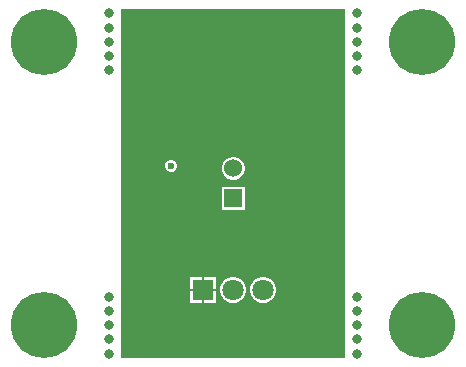
<source format=gbr>
%TF.GenerationSoftware,Altium Limited,Altium Designer,23.6.0 (18)*%
G04 Layer_Physical_Order=4*
G04 Layer_Color=16711680*
%FSLAX45Y45*%
%MOMM*%
%TF.SameCoordinates,57B8E715-CDE8-4F81-9698-3B096703D57B*%
%TF.FilePolarity,Positive*%
%TF.FileFunction,Copper,L4,Bot,Signal*%
%TF.Part,Single*%
G01*
G75*
%TA.AperFunction,ComponentPad*%
%ADD19R,1.80000X1.80000*%
%ADD20C,1.80000*%
%ADD21C,1.52400*%
%ADD22R,1.52400X1.52400*%
%TA.AperFunction,WasherPad*%
%ADD23C,0.80000*%
%TA.AperFunction,ViaPad*%
%ADD24C,5.60000*%
%ADD25C,0.60000*%
G36*
X950000Y2979608D02*
Y20391D01*
X-950000Y20390D01*
Y2979608D01*
X950000Y2979608D01*
D02*
G37*
%LPC*%
G36*
X-514995Y1700300D02*
X-535005D01*
X-553493Y1692642D01*
X-567642Y1678493D01*
X-575300Y1660005D01*
Y1639995D01*
X-567642Y1621507D01*
X-553493Y1607358D01*
X-535005Y1599700D01*
X-514995D01*
X-496507Y1607358D01*
X-482358Y1621507D01*
X-474700Y1639995D01*
Y1660005D01*
X-482358Y1678493D01*
X-496507Y1692642D01*
X-514995Y1700300D01*
D02*
G37*
G36*
X12705Y1723500D02*
X-12705D01*
X-37248Y1716924D01*
X-59252Y1704219D01*
X-77219Y1686252D01*
X-89924Y1664248D01*
X-96500Y1639705D01*
Y1614295D01*
X-89924Y1589752D01*
X-77219Y1567748D01*
X-59252Y1549781D01*
X-37248Y1537076D01*
X-12705Y1530500D01*
X12705D01*
X37248Y1537076D01*
X59252Y1549781D01*
X77219Y1567748D01*
X89924Y1589752D01*
X96500Y1614295D01*
Y1639705D01*
X89924Y1664248D01*
X77219Y1686252D01*
X59252Y1704219D01*
X37248Y1716924D01*
X12705Y1723500D01*
D02*
G37*
G36*
X96500Y1469500D02*
X-96500D01*
Y1276500D01*
X96500D01*
Y1469500D01*
D02*
G37*
G36*
X-143680Y710320D02*
X-243850D01*
Y610150D01*
X-143680D01*
Y710320D01*
D02*
G37*
G36*
X-264150D02*
X-364320D01*
Y610150D01*
X-264150D01*
Y710320D01*
D02*
G37*
G36*
X268521Y710300D02*
X239479D01*
X211426Y702783D01*
X186274Y688262D01*
X165738Y667726D01*
X151217Y642574D01*
X143700Y614521D01*
Y585479D01*
X151217Y557426D01*
X165738Y532275D01*
X186274Y511738D01*
X211426Y497217D01*
X239479Y489700D01*
X268521D01*
X296574Y497217D01*
X321726Y511738D01*
X342262Y532275D01*
X356783Y557426D01*
X364300Y585479D01*
Y614521D01*
X356783Y642574D01*
X342262Y667726D01*
X321726Y688262D01*
X296574Y702783D01*
X268521Y710300D01*
D02*
G37*
G36*
X14521D02*
X-14521D01*
X-42574Y702783D01*
X-67726Y688262D01*
X-88262Y667726D01*
X-102783Y642574D01*
X-110300Y614521D01*
Y585479D01*
X-102783Y557426D01*
X-88262Y532275D01*
X-67726Y511738D01*
X-42574Y497217D01*
X-14521Y489700D01*
X14521D01*
X42574Y497217D01*
X67726Y511738D01*
X88262Y532275D01*
X102783Y557426D01*
X110300Y585479D01*
Y614521D01*
X102783Y642574D01*
X88262Y667726D01*
X67726Y688262D01*
X42574Y702783D01*
X14521Y710300D01*
D02*
G37*
G36*
X-143680Y589850D02*
X-243850D01*
Y489680D01*
X-143680D01*
Y589850D01*
D02*
G37*
G36*
X-264150D02*
X-364320D01*
Y489680D01*
X-264150D01*
Y589850D01*
D02*
G37*
%LPD*%
D19*
X-254000Y600000D02*
D03*
D20*
X0D02*
D03*
X254000D02*
D03*
D21*
X0Y1627000D02*
D03*
D22*
Y1373000D02*
D03*
D23*
X1050042Y2939997D02*
D03*
Y2819997D02*
D03*
Y2699997D02*
D03*
Y2579997D02*
D03*
Y2459997D02*
D03*
X-1049958Y2940000D02*
D03*
Y2820000D02*
D03*
Y2700000D02*
D03*
Y2580000D02*
D03*
Y2460000D02*
D03*
X1050000Y540000D02*
D03*
Y420000D02*
D03*
Y300000D02*
D03*
Y180000D02*
D03*
Y60000D02*
D03*
X-1050000D02*
D03*
Y180000D02*
D03*
Y300000D02*
D03*
Y420000D02*
D03*
Y540000D02*
D03*
D24*
X1600040Y2699998D02*
D03*
X-1599957Y2700000D02*
D03*
X1599999Y300001D02*
D03*
X-1600000Y300000D02*
D03*
D25*
X-700000Y1000000D02*
D03*
X-520000Y1800000D02*
D03*
X-700000Y2030000D02*
D03*
X360000Y2240000D02*
D03*
X0Y2225000D02*
D03*
X-525000Y1650000D02*
D03*
%TF.MD5,ae0460f5272d381f4bb4281c0700624a*%
M02*

</source>
